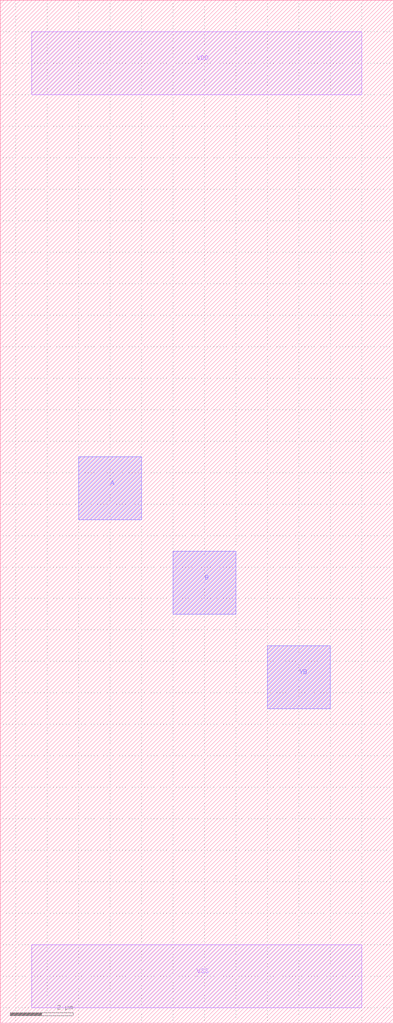
<source format=lef>
# C:/Users/akita/Documents/nr21.lef
# Created by Glade release version 4.7.35 compiled on May 19 2020 19:14:35
# Run by akita on host LAPTOP-E0CJ65QR at Wed Jun  3 17:42:41 2020

VERSION 5.6 ;
NAMESCASESENSITIVE ON ;
BUSBITCHARS "[]" ;
DIVIDERCHAR "/"  ;
UNITS
    DATABASE MICRONS 1000 ;
END UNITS

MACRO nr21
    CLASS core ;
    FOREIGN nr21 -1.500 -1.500 ;
    ORIGIN 1.500 1.500 ;
    SIZE 12.500 BY 32.500 ;
    PIN YB
        DIRECTION OUTPUT ;
        USE SIGNAL ;
        PORT
        LAYER ML2 ;
        RECT 7.000 8.500 9.000 10.500 ;
        LAYER ML1 ;
        RECT 7.000 8.500 9.000 10.500 ;
        END
    END YB
    PIN VDD
        DIRECTION INOUT ;
        USE POWER ;
        PORT
        LAYER ML1 ;
        RECT -0.500 28.000 10.000 30.000 ;
        END
    END VDD
    PIN B
        DIRECTION INPUT ;
        USE SIGNAL ;
        PORT
        LAYER ML2 ;
        RECT 4.000 11.500 6.000 13.500 ;
        LAYER ML1 ;
        RECT 4.000 11.500 6.000 13.500 ;
        END
    END B
    PIN A
        DIRECTION INPUT ;
        USE SIGNAL ;
        PORT
        LAYER ML2 ;
        RECT 1.000 14.500 3.000 16.500 ;
        LAYER ML1 ;
        RECT 1.000 14.500 3.000 16.500 ;
        END
    END A
    PIN VSS
        DIRECTION INOUT ;
        USE GROUND ;
        PORT
        LAYER ML1 ;
        RECT -0.500 -1.000 10.000 1.000 ;
        END
    END VSS
    OBS
    END
END nr21

END LIBRARY

</source>
